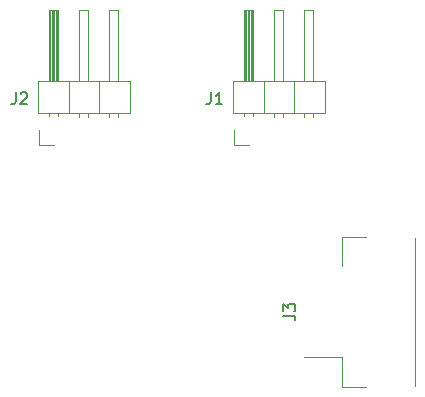
<source format=gbr>
%TF.GenerationSoftware,KiCad,Pcbnew,8.0.1*%
%TF.CreationDate,2024-05-29T15:12:31+02:00*%
%TF.ProjectId,SignalsPort,5369676e-616c-4735-906f-72742e6b6963,rev?*%
%TF.SameCoordinates,Original*%
%TF.FileFunction,Legend,Top*%
%TF.FilePolarity,Positive*%
%FSLAX46Y46*%
G04 Gerber Fmt 4.6, Leading zero omitted, Abs format (unit mm)*
G04 Created by KiCad (PCBNEW 8.0.1) date 2024-05-29 15:12:31*
%MOMM*%
%LPD*%
G01*
G04 APERTURE LIST*
%ADD10C,0.150000*%
%ADD11C,0.120000*%
G04 APERTURE END LIST*
D10*
X142604819Y-106333333D02*
X143319104Y-106333333D01*
X143319104Y-106333333D02*
X143461961Y-106380952D01*
X143461961Y-106380952D02*
X143557200Y-106476190D01*
X143557200Y-106476190D02*
X143604819Y-106619047D01*
X143604819Y-106619047D02*
X143604819Y-106714285D01*
X142604819Y-105952380D02*
X142604819Y-105333333D01*
X142604819Y-105333333D02*
X142985771Y-105666666D01*
X142985771Y-105666666D02*
X142985771Y-105523809D01*
X142985771Y-105523809D02*
X143033390Y-105428571D01*
X143033390Y-105428571D02*
X143081009Y-105380952D01*
X143081009Y-105380952D02*
X143176247Y-105333333D01*
X143176247Y-105333333D02*
X143414342Y-105333333D01*
X143414342Y-105333333D02*
X143509580Y-105380952D01*
X143509580Y-105380952D02*
X143557200Y-105428571D01*
X143557200Y-105428571D02*
X143604819Y-105523809D01*
X143604819Y-105523809D02*
X143604819Y-105809523D01*
X143604819Y-105809523D02*
X143557200Y-105904761D01*
X143557200Y-105904761D02*
X143509580Y-105952380D01*
X119921666Y-87429819D02*
X119921666Y-88144104D01*
X119921666Y-88144104D02*
X119874047Y-88286961D01*
X119874047Y-88286961D02*
X119778809Y-88382200D01*
X119778809Y-88382200D02*
X119635952Y-88429819D01*
X119635952Y-88429819D02*
X119540714Y-88429819D01*
X120350238Y-87525057D02*
X120397857Y-87477438D01*
X120397857Y-87477438D02*
X120493095Y-87429819D01*
X120493095Y-87429819D02*
X120731190Y-87429819D01*
X120731190Y-87429819D02*
X120826428Y-87477438D01*
X120826428Y-87477438D02*
X120874047Y-87525057D01*
X120874047Y-87525057D02*
X120921666Y-87620295D01*
X120921666Y-87620295D02*
X120921666Y-87715533D01*
X120921666Y-87715533D02*
X120874047Y-87858390D01*
X120874047Y-87858390D02*
X120302619Y-88429819D01*
X120302619Y-88429819D02*
X120921666Y-88429819D01*
X136441666Y-87429819D02*
X136441666Y-88144104D01*
X136441666Y-88144104D02*
X136394047Y-88286961D01*
X136394047Y-88286961D02*
X136298809Y-88382200D01*
X136298809Y-88382200D02*
X136155952Y-88429819D01*
X136155952Y-88429819D02*
X136060714Y-88429819D01*
X137441666Y-88429819D02*
X136870238Y-88429819D01*
X137155952Y-88429819D02*
X137155952Y-87429819D01*
X137155952Y-87429819D02*
X137060714Y-87572676D01*
X137060714Y-87572676D02*
X136965476Y-87667914D01*
X136965476Y-87667914D02*
X136870238Y-87715533D01*
D11*
%TO.C,J3*%
X149590000Y-99640000D02*
X147590000Y-99640000D01*
X147590000Y-99640000D02*
X147590000Y-102140000D01*
X147590000Y-109860000D02*
X144350000Y-109860000D01*
X153710000Y-112250000D02*
X153710000Y-99750000D01*
X149590000Y-112360000D02*
X147590000Y-112360000D01*
X147590000Y-112360000D02*
X147590000Y-109860000D01*
%TO.C,J2*%
X121845000Y-86475000D02*
X121845000Y-89135000D01*
X121845000Y-89135000D02*
X129585000Y-89135000D01*
X121905000Y-91845000D02*
X121905000Y-90575000D01*
X122795000Y-80475000D02*
X123555000Y-80475000D01*
X122795000Y-86475000D02*
X122795000Y-80475000D01*
X122795000Y-89465000D02*
X122795000Y-89135000D01*
X122855000Y-86475000D02*
X122855000Y-80475000D01*
X122975000Y-86475000D02*
X122975000Y-80475000D01*
X123095000Y-86475000D02*
X123095000Y-80475000D01*
X123175000Y-91845000D02*
X121905000Y-91845000D01*
X123215000Y-86475000D02*
X123215000Y-80475000D01*
X123335000Y-86475000D02*
X123335000Y-80475000D01*
X123455000Y-86475000D02*
X123455000Y-80475000D01*
X123555000Y-80475000D02*
X123555000Y-86475000D01*
X123555000Y-89465000D02*
X123555000Y-89135000D01*
X124445000Y-89135000D02*
X124445000Y-86475000D01*
X125335000Y-80475000D02*
X126095000Y-80475000D01*
X125335000Y-86475000D02*
X125335000Y-80475000D01*
X125335000Y-89532071D02*
X125335000Y-89135000D01*
X126095000Y-80475000D02*
X126095000Y-86475000D01*
X126095000Y-89532071D02*
X126095000Y-89135000D01*
X126985000Y-89135000D02*
X126985000Y-86475000D01*
X127875000Y-80475000D02*
X128635000Y-80475000D01*
X127875000Y-86475000D02*
X127875000Y-80475000D01*
X127875000Y-89532071D02*
X127875000Y-89135000D01*
X128635000Y-80475000D02*
X128635000Y-86475000D01*
X128635000Y-89532071D02*
X128635000Y-89135000D01*
X129585000Y-86475000D02*
X121845000Y-86475000D01*
X129585000Y-89135000D02*
X129585000Y-86475000D01*
%TO.C,J1*%
X138345000Y-86475000D02*
X138345000Y-89135000D01*
X138345000Y-89135000D02*
X146085000Y-89135000D01*
X138405000Y-91845000D02*
X138405000Y-90575000D01*
X139295000Y-80475000D02*
X140055000Y-80475000D01*
X139295000Y-86475000D02*
X139295000Y-80475000D01*
X139295000Y-89465000D02*
X139295000Y-89135000D01*
X139355000Y-86475000D02*
X139355000Y-80475000D01*
X139475000Y-86475000D02*
X139475000Y-80475000D01*
X139595000Y-86475000D02*
X139595000Y-80475000D01*
X139675000Y-91845000D02*
X138405000Y-91845000D01*
X139715000Y-86475000D02*
X139715000Y-80475000D01*
X139835000Y-86475000D02*
X139835000Y-80475000D01*
X139955000Y-86475000D02*
X139955000Y-80475000D01*
X140055000Y-80475000D02*
X140055000Y-86475000D01*
X140055000Y-89465000D02*
X140055000Y-89135000D01*
X140945000Y-89135000D02*
X140945000Y-86475000D01*
X141835000Y-80475000D02*
X142595000Y-80475000D01*
X141835000Y-86475000D02*
X141835000Y-80475000D01*
X141835000Y-89532071D02*
X141835000Y-89135000D01*
X142595000Y-80475000D02*
X142595000Y-86475000D01*
X142595000Y-89532071D02*
X142595000Y-89135000D01*
X143485000Y-89135000D02*
X143485000Y-86475000D01*
X144375000Y-80475000D02*
X145135000Y-80475000D01*
X144375000Y-86475000D02*
X144375000Y-80475000D01*
X144375000Y-89532071D02*
X144375000Y-89135000D01*
X145135000Y-80475000D02*
X145135000Y-86475000D01*
X145135000Y-89532071D02*
X145135000Y-89135000D01*
X146085000Y-86475000D02*
X138345000Y-86475000D01*
X146085000Y-89135000D02*
X146085000Y-86475000D01*
%TD*%
M02*

</source>
